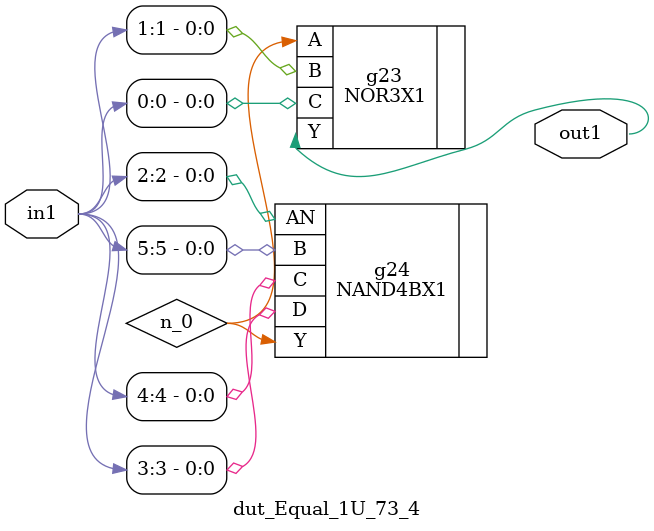
<source format=v>
`timescale 1ps / 1ps


module dut_Equal_1U_73_4(in1, out1);
  input [5:0] in1;
  output out1;
  wire [5:0] in1;
  wire out1;
  wire n_0;
  NOR3X1 g23(.A (n_0), .B (in1[1]), .C (in1[0]), .Y (out1));
  NAND4BX1 g24(.AN (in1[2]), .B (in1[5]), .C (in1[4]), .D (in1[3]), .Y
       (n_0));
endmodule



</source>
